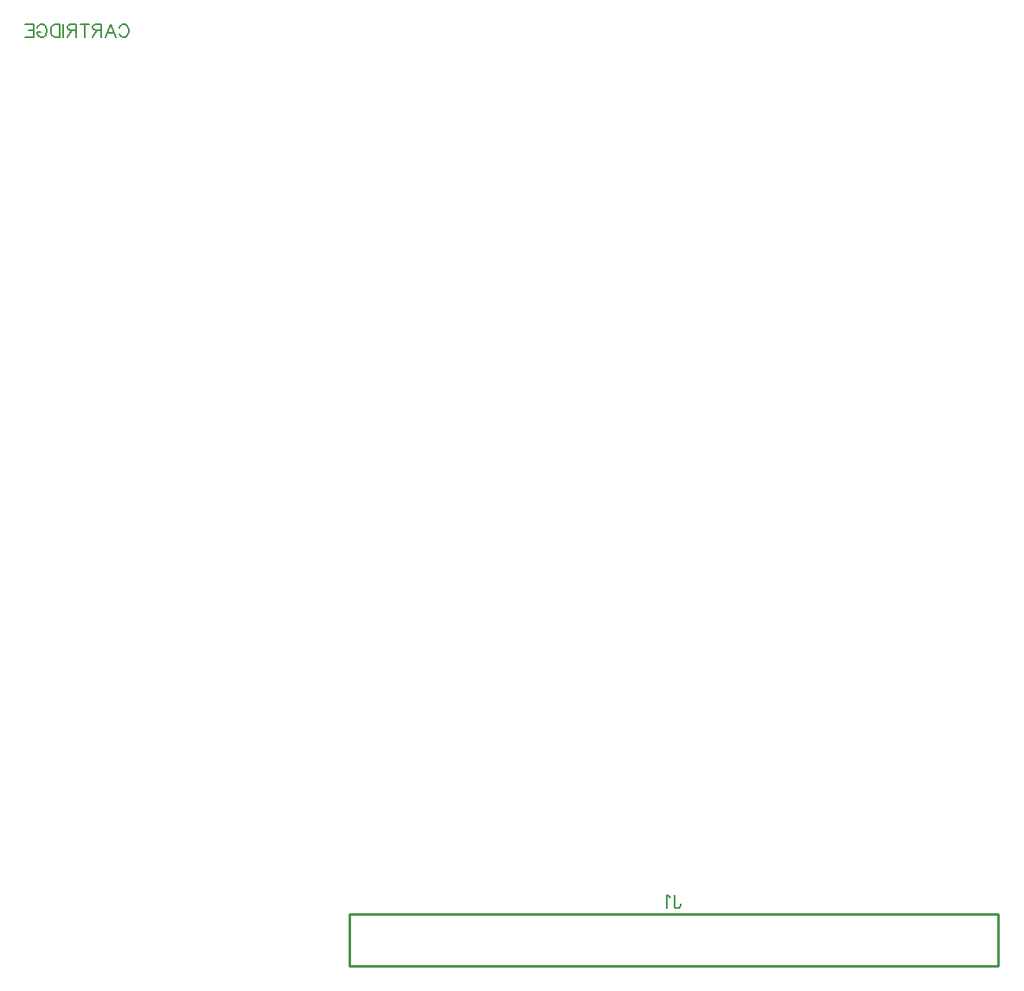
<source format=gbr>
G04 DipTrace 2.4.0.2*
%INBottomSilk.gbr*%
%MOIN*%
%ADD10C,0.0098*%
%ADD61C,0.0077*%
%FSLAX44Y44*%
G04*
G70*
G90*
G75*
G01*
%LNBotSilk*%
%LPD*%
X17500Y4000D2*
D10*
X42500D1*
X17500Y2000D2*
X42500D1*
X17500Y4000D2*
Y2000D1*
X42500Y4000D2*
Y2000D1*
X30018Y4732D2*
D61*
Y4350D1*
X30041Y4278D1*
X30066Y4254D1*
X30113Y4230D1*
X30161D1*
X30209Y4254D1*
X30233Y4278D1*
X30257Y4350D1*
Y4397D1*
X29863Y4636D2*
X29815Y4660D1*
X29743Y4732D1*
Y4230D1*
X8634Y38188D2*
X8658Y38235D1*
X8706Y38283D1*
X8754Y38307D1*
X8849D1*
X8897Y38283D1*
X8945Y38235D1*
X8969Y38188D1*
X8993Y38116D1*
Y37996D1*
X8969Y37925D1*
X8945Y37877D1*
X8897Y37829D1*
X8849Y37805D1*
X8754D1*
X8706Y37829D1*
X8658Y37877D1*
X8634Y37925D1*
X8097Y37805D2*
X8289Y38307D1*
X8480Y37805D1*
X8408Y37972D2*
X8169D1*
X7942Y38068D2*
X7727D1*
X7656Y38092D1*
X7631Y38116D1*
X7608Y38164D1*
Y38212D1*
X7631Y38259D1*
X7656Y38283D1*
X7727Y38307D1*
X7942D1*
Y37805D1*
X7775Y38068D2*
X7608Y37805D1*
X7286Y38307D2*
Y37805D1*
X7453Y38307D2*
X7118D1*
X6964Y38068D2*
X6749D1*
X6677Y38092D1*
X6653Y38116D1*
X6629Y38164D1*
Y38212D1*
X6653Y38259D1*
X6677Y38283D1*
X6749Y38307D1*
X6964D1*
Y37805D1*
X6796Y38068D2*
X6629Y37805D1*
X6474Y38307D2*
Y37805D1*
X6320Y38307D2*
Y37805D1*
X6153D1*
X6081Y37829D1*
X6033Y37877D1*
X6009Y37925D1*
X5985Y37996D1*
Y38116D1*
X6009Y38188D1*
X6033Y38235D1*
X6081Y38283D1*
X6153Y38307D1*
X6320D1*
X5472Y38188D2*
X5496Y38235D1*
X5544Y38283D1*
X5591Y38307D1*
X5687D1*
X5735Y38283D1*
X5783Y38235D1*
X5807Y38188D1*
X5831Y38116D1*
Y37996D1*
X5807Y37925D1*
X5783Y37877D1*
X5735Y37829D1*
X5687Y37805D1*
X5591D1*
X5544Y37829D1*
X5496Y37877D1*
X5472Y37925D1*
Y37996D1*
X5591D1*
X5007Y38307D2*
X5318D1*
Y37805D1*
X5007D1*
X5318Y38068D2*
X5126D1*
M02*

</source>
